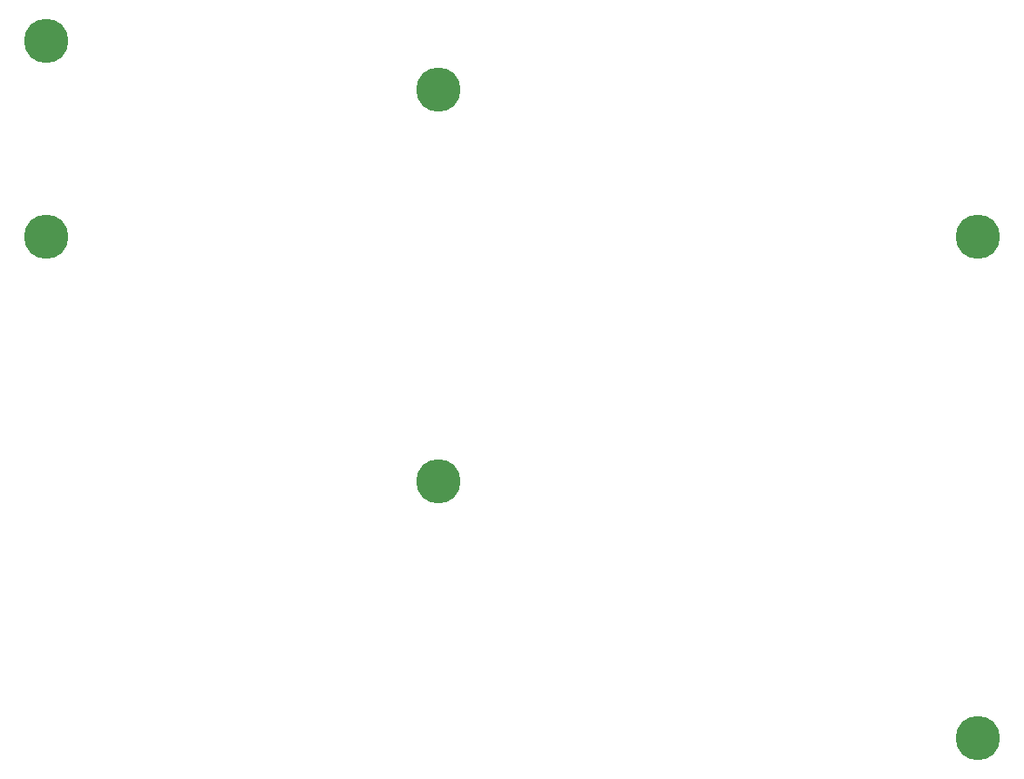
<source format=gbs>
%TF.GenerationSoftware,KiCad,Pcbnew,(7.0.0)*%
%TF.CreationDate,2023-04-23T19:10:36+09:00*%
%TF.ProjectId,topplate_l,746f7070-6c61-4746-955f-6c2e6b696361,rev?*%
%TF.SameCoordinates,Original*%
%TF.FileFunction,Soldermask,Bot*%
%TF.FilePolarity,Negative*%
%FSLAX46Y46*%
G04 Gerber Fmt 4.6, Leading zero omitted, Abs format (unit mm)*
G04 Created by KiCad (PCBNEW (7.0.0)) date 2023-04-23 19:10:36*
%MOMM*%
%LPD*%
G01*
G04 APERTURE LIST*
%ADD10C,4.300000*%
G04 APERTURE END LIST*
D10*
%TO.C,Ref\u002A\u002A*%
X76200000Y-45243750D03*
%TD*%
%TO.C,Ref\u002A\u002A*%
X128587500Y-59531250D03*
%TD*%
%TO.C,Ref\u002A\u002A*%
X38100000Y-59531250D03*
%TD*%
%TO.C,Ref\u002A\u002A*%
X38100000Y-40481250D03*
%TD*%
%TO.C,Ref\u002A\u002A*%
X128587500Y-108346875D03*
%TD*%
%TO.C,Ref\u002A\u002A*%
X76200000Y-83343750D03*
%TD*%
M02*

</source>
